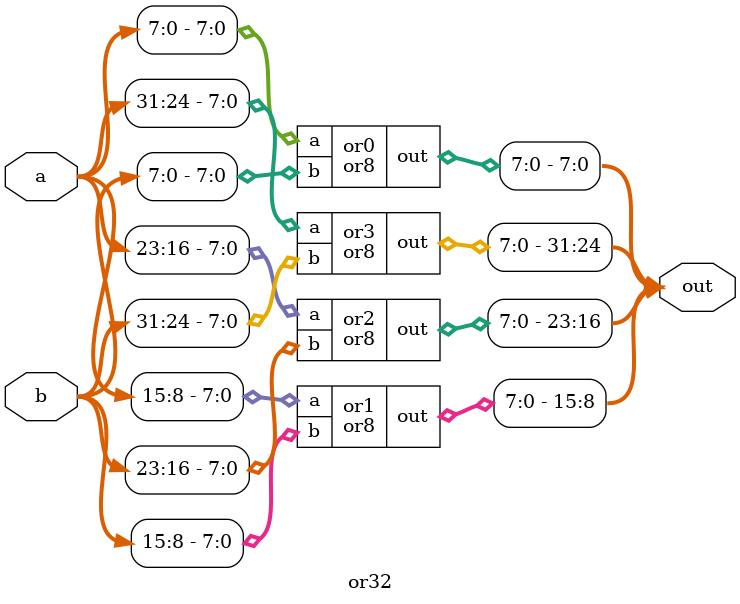
<source format=v>
`timescale 1ns / 1ps

module or8(
    input [7:0] a,
    input [7:0] b,
    output [7:0] out
    );
    or OR0(out[0],a[0],b[0]);
    or OR1(out[1],a[1],b[1]);
    or OR2(out[2],a[2],b[2]);
    or OR3(out[3],a[3],b[3]);
    or OR4(out[4],a[4],b[4]);
    or OR5(out[5],a[5],b[5]);
    or OR6(out[6],a[6],b[6]);
    or OR7(out[7],a[7],b[7]);
endmodule

module or32(
    input [31:0] a,
    input [31:0] b,
    output [31:0] out
    );
    or8 or0(a[7:0],b[7:0],out[7:0]);
    or8 or1(a[15:8],b[15:8],out[15:8]);
    or8 or2(a[23:16],b[23:16],out[23:16]);
    or8 or3(a[31:24],b[31:24],out[31:24]);
endmodule

</source>
